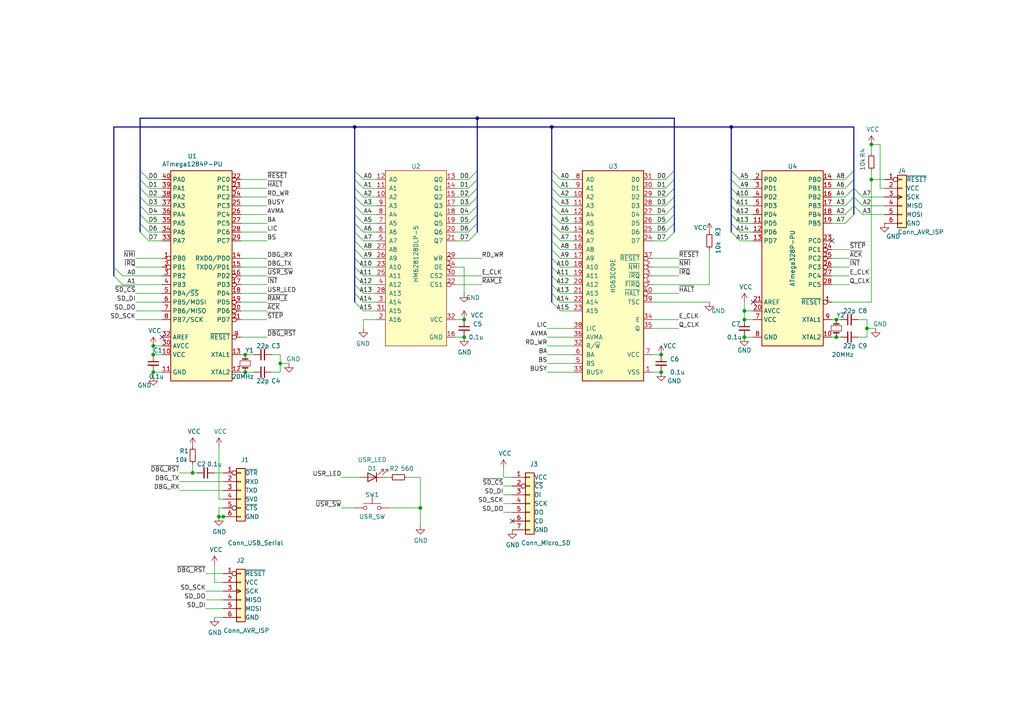
<source format=kicad_sch>
(kicad_sch (version 20211123) (generator eeschema)
  (paper "A4")
  (title_block (title "Cyborg09 Prototype3") (date "2021-01-31") (rev "4") (company "Tadashi G. Takaoka"))
  (lib_symbols
    (symbol "0-LocalLibrary:628128" (pin_names (offset 1.016))
      (property "Reference" "U" (at -1.27 26.67 0))
      (property "Value" "628128" (at 0 -1.27 90))
      (symbol "628128_0_0"
        (pin power_in line (at 11.43 -22.86 180) (length 2.54) (name "GND") (number "16"))
        (pin power_in line (at 11.43 -17.78 180) (length 2.54) (name "VCC") (number "32"))
      )
      (symbol "628128_1_1"
        (pin input line (at -11.43 17.78 0) (length 2.54) (name "A2") (number "10"))
        (pin input line (at -11.43 20.32 0) (length 2.54) (name "A1") (number "11"))
        (pin input line (at -11.43 22.86 0) (length 2.54) (name "A0") (number "12"))
        (pin bidirectional line (at 11.43 22.86 180) (length 2.54) (name "Q0") (number "13"))
        (pin bidirectional line (at 11.43 20.32 180) (length 2.54) (name "Q1") (number "14"))
        (pin bidirectional line (at 11.43 17.78 180) (length 2.54) (name "Q2") (number "15"))
        (pin bidirectional line (at 11.43 15.24 180) (length 2.54) (name "Q3") (number "17"))
        (pin bidirectional line (at 11.43 12.7 180) (length 2.54) (name "Q4") (number "18"))
        (pin bidirectional line (at 11.43 10.16 180) (length 2.54) (name "Q5") (number "19"))
        (pin input line (at -11.43 -17.78 0) (length 2.54) (name "A16") (number "2"))
        (pin bidirectional line (at 11.43 7.62 180) (length 2.54) (name "Q6") (number "20"))
        (pin bidirectional line (at 11.43 5.08 180) (length 2.54) (name "Q7") (number "21"))
        (pin input inverted (at 11.43 -7.62 180) (length 2.54) (name "CS1") (number "22"))
        (pin input line (at -11.43 -2.54 0) (length 2.54) (name "A10") (number "23"))
        (pin input inverted (at 11.43 -2.54 180) (length 2.54) (name "OE") (number "24"))
        (pin input line (at -11.43 -5.08 0) (length 2.54) (name "A11") (number "25"))
        (pin input line (at -11.43 0 0) (length 2.54) (name "A9") (number "26"))
        (pin input line (at -11.43 2.54 0) (length 2.54) (name "A8") (number "27"))
        (pin input line (at -11.43 -10.16 0) (length 2.54) (name "A13") (number "28"))
        (pin input inverted (at 11.43 0 180) (length 2.54) (name "WR") (number "29"))
        (pin input line (at -11.43 -12.7 0) (length 2.54) (name "A14") (number "3"))
        (pin input line (at 11.43 -5.08 180) (length 2.54) (name "CS2") (number "30"))
        (pin input line (at -11.43 -15.24 0) (length 2.54) (name "A15") (number "31"))
        (pin input line (at -11.43 -7.62 0) (length 2.54) (name "A12") (number "4"))
        (pin input line (at -11.43 5.08 0) (length 2.54) (name "A7") (number "5"))
        (pin input line (at -11.43 7.62 0) (length 2.54) (name "A6") (number "6"))
        (pin input line (at -11.43 10.16 0) (length 2.54) (name "A5") (number "7"))
        (pin input line (at -11.43 12.7 0) (length 2.54) (name "A4") (number "8"))
        (pin input line (at -11.43 15.24 0) (length 2.54) (name "A3") (number "9"))
      )
    )
    (symbol "0-LocalLibrary:ATmega1284P-PU"
      (property "Reference" "U" (at -1.27 31.75 0))
      (property "Value" "ATmega1284P-PU" (at -1.27 7.62 90))
      (symbol "ATmega1284P-PU_1_1"
        (pin output inverted (at -11.43 5.08 0) (length 2.54) (name "PB0") (number "1"))
        (pin power_in line (at -11.43 -22.86 0) (length 2.54) (name "VCC") (number "10"))
        (pin power_in line (at -11.43 -27.94 0) (length 2.54) (name "GND") (number "11"))
        (pin output line (at 11.43 -27.94 180) (length 2.54) (name "XTAL2") (number "12"))
        (pin input line (at 11.43 -22.86 180) (length 2.54) (name "XTAL1") (number "13"))
        (pin input line (at 11.43 5.08 180) (length 2.54) (name "RXD0/PD0") (number "14"))
        (pin output line (at 11.43 2.54 180) (length 2.54) (name "TXD0/PD1") (number "15"))
        (pin input inverted (at 11.43 0 180) (length 2.54) (name "PD2") (number "16"))
        (pin input inverted (at 11.43 -2.54 180) (length 2.54) (name "PD3") (number "17"))
        (pin output line (at 11.43 -5.08 180) (length 2.54) (name "PD4") (number "18"))
        (pin output inverted (at 11.43 -7.62 180) (length 2.54) (name "PD5") (number "19"))
        (pin output inverted (at -11.43 2.54 0) (length 2.54) (name "PB1") (number "2"))
        (pin output inverted (at 11.43 -10.16 180) (length 2.54) (name "PD6") (number "20"))
        (pin output inverted (at 11.43 -12.7 180) (length 2.54) (name "PD7") (number "21"))
        (pin output inverted (at 11.43 27.94 180) (length 2.54) (name "PC0") (number "22"))
        (pin output inverted (at 11.43 25.4 180) (length 2.54) (name "PC1") (number "23"))
        (pin input line (at 11.43 22.86 180) (length 2.54) (name "PC2") (number "24"))
        (pin input line (at 11.43 20.32 180) (length 2.54) (name "PC3") (number "25"))
        (pin input line (at 11.43 17.78 180) (length 2.54) (name "PC4") (number "26"))
        (pin input line (at 11.43 15.24 180) (length 2.54) (name "PC5") (number "27"))
        (pin input line (at 11.43 12.7 180) (length 2.54) (name "PC6") (number "28"))
        (pin input line (at 11.43 10.16 180) (length 2.54) (name "PC7") (number "29"))
        (pin input line (at -11.43 0 0) (length 2.54) (name "PB2") (number "3"))
        (pin power_in line (at -11.43 -20.32 0) (length 2.54) (name "AVCC") (number "30"))
        (pin power_in line (at -11.43 -27.94 0) (length 2.54) hide (name "GND") (number "31"))
        (pin passive line (at -11.43 -17.78 0) (length 2.54) (name "AREF") (number "32"))
        (pin bidirectional line (at -11.43 10.16 0) (length 2.54) (name "PA7") (number "33"))
        (pin bidirectional line (at -11.43 12.7 0) (length 2.54) (name "PA6") (number "34"))
        (pin bidirectional line (at -11.43 15.24 0) (length 2.54) (name "PA5") (number "35"))
        (pin bidirectional line (at -11.43 17.78 0) (length 2.54) (name "PA4") (number "36"))
        (pin bidirectional line (at -11.43 20.32 0) (length 2.54) (name "PA3") (number "37"))
        (pin bidirectional line (at -11.43 22.86 0) (length 2.54) (name "PA2") (number "38"))
        (pin bidirectional line (at -11.43 25.4 0) (length 2.54) (name "PA1") (number "39"))
        (pin input line (at -11.43 -2.54 0) (length 2.54) (name "PB3") (number "4"))
        (pin bidirectional line (at -11.43 27.94 0) (length 2.54) (name "PA0") (number "40"))
        (pin output line (at -11.43 -5.08 0) (length 2.54) (name "PB4/~{SS}") (number "5"))
        (pin output line (at -11.43 -7.62 0) (length 2.54) (name "PB5/MOSI") (number "6"))
        (pin input line (at -11.43 -10.16 0) (length 2.54) (name "PB6/MISO") (number "7"))
        (pin output line (at -11.43 -12.7 0) (length 2.54) (name "PB7/SCK") (number "8"))
        (pin input inverted (at 11.43 -17.78 180) (length 2.54) (name "~{RESET}") (number "9"))
      )
    )
    (symbol "0-LocalLibrary:ATmega328P-PU"
      (property "Reference" "U" (at -1.27 26.67 0))
      (property "Value" "ATmega328P-PU" (at -1.27 -7.62 90))
      (symbol "ATmega328P-PU_1_1"
        (pin input inverted (at 11.43 -12.7 180) (length 2.54) (name "~{RESET}") (number "1"))
        (pin output line (at 11.43 -22.86 180) (length 2.54) (name "XTAL2") (number "10"))
        (pin input line (at -11.43 10.16 0) (length 2.54) (name "PD5") (number "11"))
        (pin input line (at -11.43 7.62 0) (length 2.54) (name "PD6") (number "12"))
        (pin input line (at -11.43 5.08 0) (length 2.54) (name "PD7") (number "13"))
        (pin input line (at 11.43 22.86 180) (length 2.54) (name "PB0") (number "14"))
        (pin input line (at 11.43 20.32 180) (length 2.54) (name "PB1") (number "15"))
        (pin input line (at 11.43 17.78 180) (length 2.54) (name "PB2") (number "16"))
        (pin input line (at 11.43 15.24 180) (length 2.54) (name "PB3") (number "17"))
        (pin input line (at 11.43 12.7 180) (length 2.54) (name "PB4") (number "18"))
        (pin input line (at 11.43 10.16 180) (length 2.54) (name "PB5") (number "19"))
        (pin input line (at -11.43 22.86 0) (length 2.54) (name "PD0") (number "2"))
        (pin power_in line (at -11.43 -15.24 0) (length 2.54) (name "AVCC") (number "20"))
        (pin passive line (at -11.43 -12.7 0) (length 2.54) (name "AREF") (number "21"))
        (pin passive line (at -11.43 -22.86 0) (length 2.54) hide (name "GND") (number "22"))
        (pin output line (at 11.43 5.08 180) (length 2.54) (name "PC0") (number "23"))
        (pin input inverted (at 11.43 2.54 180) (length 2.54) (name "PC1") (number "24"))
        (pin input inverted (at 11.43 0 180) (length 2.54) (name "PC2") (number "25"))
        (pin output inverted (at 11.43 -2.54 180) (length 2.54) (name "PC3") (number "26"))
        (pin output line (at 11.43 -5.08 180) (length 2.54) (name "PC4") (number "27"))
        (pin output line (at 11.43 -7.62 180) (length 2.54) (name "PC5") (number "28"))
        (pin input line (at -11.43 20.32 0) (length 2.54) (name "PD1") (number "3"))
        (pin input line (at -11.43 17.78 0) (length 2.54) (name "PD2") (number "4"))
        (pin input line (at -11.43 15.24 0) (length 2.54) (name "PD3") (number "5"))
        (pin input line (at -11.43 12.7 0) (length 2.54) (name "PD4") (number "6"))
        (pin power_in line (at -11.43 -17.78 0) (length 2.54) (name "VCC") (number "7"))
        (pin power_in line (at -11.43 -22.86 0) (length 2.54) (name "GND") (number "8"))
        (pin input line (at 11.43 -17.78 180) (length 2.54) (name "XTAL1") (number "9"))
      )
    )
    (symbol "0-LocalLibrary:Conn_AVR_ISP" (pin_names (offset 2.54))
      (property "Reference" "J" (at 0 7.62 0))
      (property "Value" "Conn_AVR_ISP" (at 0 -10.16 0))
      (symbol "Conn_AVR_ISP_1_1"
        (pin output inverted (at -5.08 5.08 0) (length 3.81) (name "~{RESET}") (number "1"))
        (pin passive line (at -5.08 2.54 0) (length 3.81) (name "VCC") (number "2"))
        (pin passive clock (at -5.08 0 0) (length 3.81) (name "SCK") (number "3"))
        (pin passive line (at -5.08 -2.54 0) (length 3.81) (name "MISO") (number "4"))
        (pin passive line (at -5.08 -5.08 0) (length 3.81) (name "MOSI") (number "5"))
        (pin passive line (at -5.08 -7.62 0) (length 3.81) (name "GND") (number "6"))
      )
    )
    (symbol "0-LocalLibrary:HD63C09E" (pin_names (offset 1.016))
      (property "Reference" "U" (at 0 31.75 0))
      (property "Value" "HD63C09E" (at 0 3.81 90))
      (symbol "HD63C09E_1_1"
        (pin power_in line (at -11.43 -27.94 0) (length 2.54) (name "VSS") (number "1"))
        (pin output line (at 11.43 22.86 180) (length 2.54) (name "A2") (number "10"))
        (pin output line (at 11.43 20.32 180) (length 2.54) (name "A3") (number "11"))
        (pin output line (at 11.43 17.78 180) (length 2.54) (name "A4") (number "12"))
        (pin output line (at 11.43 15.24 180) (length 2.54) (name "A5") (number "13"))
        (pin output line (at 11.43 12.7 180) (length 2.54) (name "A6") (number "14"))
        (pin output line (at 11.43 10.16 180) (length 2.54) (name "A7") (number "15"))
        (pin output line (at 11.43 7.62 180) (length 2.54) (name "A8") (number "16"))
        (pin output line (at 11.43 5.08 180) (length 2.54) (name "A9") (number "17"))
        (pin output line (at 11.43 2.54 180) (length 2.54) (name "A10") (number "18"))
        (pin output line (at 11.43 0 180) (length 2.54) (name "A11") (number "19"))
        (pin input inverted (at -11.43 2.54 0) (length 2.54) (name "~{NMI}") (number "2"))
        (pin output line (at 11.43 -2.54 180) (length 2.54) (name "A12") (number "20"))
        (pin output line (at 11.43 -5.08 180) (length 2.54) (name "A13") (number "21"))
        (pin output line (at 11.43 -7.62 180) (length 2.54) (name "A14") (number "22"))
        (pin output line (at 11.43 -10.16 180) (length 2.54) (name "A15") (number "23"))
        (pin bidirectional line (at -11.43 10.16 0) (length 2.54) (name "D7") (number "24"))
        (pin bidirectional line (at -11.43 12.7 0) (length 2.54) (name "D6") (number "25"))
        (pin bidirectional line (at -11.43 15.24 0) (length 2.54) (name "D5") (number "26"))
        (pin bidirectional line (at -11.43 17.78 0) (length 2.54) (name "D4") (number "27"))
        (pin bidirectional line (at -11.43 20.32 0) (length 2.54) (name "D3") (number "28"))
        (pin bidirectional line (at -11.43 22.86 0) (length 2.54) (name "D2") (number "29"))
        (pin input inverted (at -11.43 0 0) (length 2.54) (name "~{IRQ}") (number "3"))
        (pin bidirectional line (at -11.43 25.4 0) (length 2.54) (name "D1") (number "30"))
        (pin bidirectional line (at -11.43 27.94 0) (length 2.54) (name "D0") (number "31"))
        (pin output line (at 11.43 -20.32 180) (length 2.54) (name "R/~{W}") (number "32"))
        (pin output line (at 11.43 -27.94 180) (length 2.54) (name "BUSY") (number "33"))
        (pin input line (at -11.43 -12.7 0) (length 2.54) (name "E") (number "34"))
        (pin input line (at -11.43 -15.24 0) (length 2.54) (name "Q") (number "35"))
        (pin output line (at 11.43 -17.78 180) (length 2.54) (name "AVMA") (number "36"))
        (pin input inverted (at -11.43 5.08 0) (length 2.54) (name "~{RESET}") (number "37"))
        (pin output line (at 11.43 -15.24 180) (length 2.54) (name "LIC") (number "38"))
        (pin input line (at -11.43 -7.62 0) (length 2.54) (name "TSC") (number "39"))
        (pin input inverted (at -11.43 -2.54 0) (length 2.54) (name "~{FIRQ}") (number "4"))
        (pin input inverted (at -11.43 -5.08 0) (length 2.54) (name "~{HALT}") (number "40"))
        (pin output line (at 11.43 -25.4 180) (length 2.54) (name "BS") (number "5"))
        (pin output line (at 11.43 -22.86 180) (length 2.54) (name "BA") (number "6"))
        (pin power_in line (at -11.43 -22.86 0) (length 2.54) (name "VCC") (number "7"))
        (pin output line (at 11.43 27.94 180) (length 2.54) (name "A0") (number "8"))
        (pin output line (at 11.43 25.4 180) (length 2.54) (name "A1") (number "9"))
      )
    )
    (symbol "Device:C_Small" (pin_numbers hide) (pin_names (offset 0.254) hide)
      (property "Reference" "C" (at 0.254 1.778 0))
      (property "Value" "C_Small" (at 0.254 -2.032 0))
      (symbol "C_Small_1_1"
        (pin passive line (at 0 2.54 270) (length 2.032) (name "~") (number "1"))
        (pin passive line (at 0 -2.54 90) (length 2.032) (name "~") (number "2"))
      )
    )
    (symbol "Device:Crystal_Small" (pin_numbers hide) (pin_names (offset 1.016) hide)
      (property "Reference" "Y" (at 0 2.54 0))
      (property "Value" "Crystal_Small" (at 0 -2.54 0))
      (symbol "Crystal_Small_1_1"
        (pin passive line (at -2.54 0 0) (length 1.27) (name "1") (number "1"))
        (pin passive line (at 2.54 0 180) (length 1.27) (name "2") (number "2"))
      )
    )
    (symbol "Device:LED" (pin_numbers hide) (pin_names (offset 1.016) hide)
      (property "Reference" "D" (at 0 2.54 0))
      (property "Value" "LED" (at 0 -2.54 0))
      (symbol "LED_1_1"
        (pin passive line (at -3.81 0 0) (length 2.54) (name "K") (number "1"))
        (pin passive line (at 3.81 0 180) (length 2.54) (name "A") (number "2"))
      )
    )
    (symbol "Device:R_Small" (pin_numbers hide) (pin_names (offset 0.254) hide)
      (property "Reference" "R" (at 0.762 0.508 0))
      (property "Value" "R_Small" (at 0.762 -1.016 0))
      (symbol "R_Small_1_1"
        (pin passive line (at 0 2.54 270) (length 0.762) (name "~") (number "1"))
        (pin passive line (at 0 -2.54 90) (length 0.762) (name "~") (number "2"))
      )
    )
    (symbol "Prototype3-rescue:Conn_Micro_SD-0-LocalLibrary" (pin_names (offset 2.54))
      (property "Reference" "J" (at 0 10.16 0))
      (property "Value" "Conn_Micro_SD-0-LocalLibrary" (at 0 -10.16 0))
      (symbol "Conn_Micro_SD-0-LocalLibrary_1_1"
        (pin power_in line (at -5.08 7.62 0) (length 3.81) (name "VCC") (number "1"))
        (pin input inverted (at -5.08 5.08 0) (length 3.81) (name "~{CS}") (number "2"))
        (pin input line (at -5.08 2.54 0) (length 3.81) (name "DI") (number "3"))
        (pin input line (at -5.08 0 0) (length 3.81) (name "SCK") (number "4"))
        (pin output line (at -5.08 -2.54 0) (length 3.81) (name "DO") (number "5"))
        (pin output line (at -5.08 -5.08 0) (length 3.81) (name "CD") (number "6"))
        (pin power_in line (at -5.08 -7.62 0) (length 3.81) (name "GND") (number "7"))
      )
    )
    (symbol "Prototype3-rescue:Conn_USB_Serial-0-LocalLibrary" (pin_names (offset 2.54))
      (property "Reference" "J" (at 0 7.62 0))
      (property "Value" "Conn_USB_Serial-0-LocalLibrary" (at 0 -10.16 0))
      (symbol "Conn_USB_Serial-0-LocalLibrary_1_1"
        (pin output inverted (at -5.08 5.08 0) (length 3.81) (name "~{DTR}") (number "1"))
        (pin input line (at -5.08 2.54 0) (length 3.81) (name "RXD") (number "2"))
        (pin output line (at -5.08 0 0) (length 3.81) (name "TXD") (number "3"))
        (pin power_out line (at -5.08 -2.54 0) (length 3.81) (name "5V0") (number "4"))
        (pin input inverted (at -5.08 -5.08 0) (length 3.81) (name "~{CTS}") (number "5"))
        (pin power_out line (at -5.08 -7.62 0) (length 3.81) (name "GND") (number "6"))
      )
    )
    (symbol "Switch:SW_Push" (pin_numbers hide) (pin_names (offset 1.016) hide)
      (property "Reference" "SW" (at 1.27 2.54 0))
      (property "Value" "SW_Push" (at 0 -1.524 0))
      (symbol "SW_Push_0_1"
        (pin passive line (at -5.08 0 0) (length 2.54) (name "1") (number "1"))
        (pin passive line (at 5.08 0 180) (length 2.54) (name "2") (number "2"))
      )
    )
    (symbol "power:GND" (power) (pin_names (offset 0))
      (property "Value" "GND" (at 0 -3.81 0))
      (symbol "GND_1_1"
        (pin power_in line (at 0 0 270) (length 0) hide (name "GND") (number "1"))
      )
    )
    (symbol "power:VCC" (power) (pin_names (offset 0))
      (property "Value" "VCC" (at 0 3.81 0))
      (symbol "VCC_1_1"
        (pin power_in line (at 0 0 90) (length 0) hide (name "VCC") (number "1"))
      )
    )
  )
  (junction (at 212.09 36.83))
  (junction (at 55.88 137.16))
  (junction (at 242.57 92.71))
  (junction (at 191.77 107.95))
  (junction (at 71.12 107.95))
  (junction (at 215.9 97.79))
  (junction (at 160.02 36.83))
  (junction (at 252.73 41.91))
  (junction (at 102.87 36.83))
  (junction (at 251.46 95.25))
  (junction (at 215.9 92.71))
  (junction (at 71.12 102.87))
  (junction (at 63.5 149.86))
  (junction (at 242.57 97.79))
  (junction (at 81.28 105.41))
  (junction (at 64.77 149.86))
  (junction (at 191.77 102.87))
  (junction (at 44.45 107.95))
  (junction (at 215.9 90.17))
  (junction (at 252.73 52.07))
  (junction (at 138.43 34.29))
  (junction (at 44.45 100.33))
  (junction (at 134.62 97.79))
  (junction (at 121.92 147.32))
  (junction (at 44.45 102.87))
  (junction (at 134.62 92.71))
  (no_connect (at 218.44 87.63))
  (no_connect (at 241.3 69.85))
  (no_connect (at 148.59 151.13))
  (no_connect (at 46.99 97.79))
  (bus_entry (at 43.18 64.77) (size -2.54 -2.54))
  (bus_entry (at 212.09 62.23) (size 2.54 2.54))
  (bus_entry (at 160.02 62.23) (size 2.54 2.54))
  (bus_entry (at 245.11 64.77) (size 2.54 -2.54))
  (bus_entry (at 102.87 54.61) (size 2.54 2.54))
  (bus_entry (at 160.02 85.09) (size 2.54 2.54))
  (bus_entry (at 245.11 57.15) (size 2.54 -2.54))
  (bus_entry (at 160.02 87.63) (size 2.54 2.54))
  (bus_entry (at 102.87 49.53) (size 2.54 2.54))
  (bus_entry (at 212.09 67.31) (size 2.54 2.54))
  (bus_entry (at 193.04 62.23) (size 2.54 -2.54))
  (bus_entry (at 160.02 64.77) (size 2.54 2.54))
  (bus_entry (at 102.87 64.77) (size 2.54 2.54))
  (bus_entry (at 102.87 80.01) (size 2.54 2.54))
  (bus_entry (at 102.87 67.31) (size 2.54 2.54))
  (bus_entry (at 160.02 80.01) (size 2.54 2.54))
  (bus_entry (at 193.04 67.31) (size 2.54 -2.54))
  (bus_entry (at 160.02 74.93) (size 2.54 2.54))
  (bus_entry (at 160.02 69.85) (size 2.54 2.54))
  (bus_entry (at 102.87 57.15) (size 2.54 2.54))
  (bus_entry (at 160.02 59.69) (size 2.54 2.54))
  (bus_entry (at 43.18 67.31) (size -2.54 -2.54))
  (bus_entry (at 160.02 57.15) (size 2.54 2.54))
  (bus_entry (at 193.04 64.77) (size 2.54 -2.54))
  (bus_entry (at 102.87 69.85) (size 2.54 2.54))
  (bus_entry (at 102.87 82.55) (size 2.54 2.54))
  (bus_entry (at 193.04 52.07) (size 2.54 -2.54))
  (bus_entry (at 247.65 59.69) (size 2.54 2.54))
  (bus_entry (at 193.04 57.15) (size 2.54 -2.54))
  (bus_entry (at 160.02 77.47) (size 2.54 2.54))
  (bus_entry (at 160.02 67.31) (size 2.54 2.54))
  (bus_entry (at 135.89 57.15) (size 2.54 -2.54))
  (bus_entry (at 212.09 52.07) (size 2.54 2.54))
  (bus_entry (at 102.87 74.93) (size 2.54 2.54))
  (bus_entry (at 193.04 69.85) (size 2.54 -2.54))
  (bus_entry (at 193.04 59.69) (size 2.54 -2.54))
  (bus_entry (at 102.87 72.39) (size 2.54 2.54))
  (bus_entry (at 102.87 87.63) (size 2.54 2.54))
  (bus_entry (at 160.02 72.39) (size 2.54 2.54))
  (bus_entry (at 135.89 54.61) (size 2.54 -2.54))
  (bus_entry (at 160.02 52.07) (size 2.54 2.54))
  (bus_entry (at 245.11 54.61) (size 2.54 -2.54))
  (bus_entry (at 102.87 85.09) (size 2.54 2.54))
  (bus_entry (at 135.89 69.85) (size 2.54 -2.54))
  (bus_entry (at 35.56 82.55) (size -2.54 -2.54))
  (bus_entry (at 245.11 59.69) (size 2.54 -2.54))
  (bus_entry (at 247.65 57.15) (size 2.54 2.54))
  (bus_entry (at 245.11 62.23) (size 2.54 -2.54))
  (bus_entry (at 212.09 54.61) (size 2.54 2.54))
  (bus_entry (at 43.18 62.23) (size -2.54 -2.54))
  (bus_entry (at 43.18 54.61) (size -2.54 -2.54))
  (bus_entry (at 135.89 62.23) (size 2.54 -2.54))
  (bus_entry (at 102.87 77.47) (size 2.54 2.54))
  (bus_entry (at 43.18 52.07) (size -2.54 -2.54))
  (bus_entry (at 245.11 52.07) (size 2.54 -2.54))
  (bus_entry (at 135.89 52.07) (size 2.54 -2.54))
  (bus_entry (at 135.89 59.69) (size 2.54 -2.54))
  (bus_entry (at 102.87 59.69) (size 2.54 2.54))
  (bus_entry (at 247.65 54.61) (size 2.54 2.54))
  (bus_entry (at 43.18 69.85) (size -2.54 -2.54))
  (bus_entry (at 212.09 57.15) (size 2.54 2.54))
  (bus_entry (at 43.18 57.15) (size -2.54 -2.54))
  (bus_entry (at 160.02 49.53) (size 2.54 2.54))
  (bus_entry (at 212.09 49.53) (size 2.54 2.54))
  (bus_entry (at 160.02 54.61) (size 2.54 2.54))
  (bus_entry (at 102.87 62.23) (size 2.54 2.54))
  (bus_entry (at 193.04 54.61) (size 2.54 -2.54))
  (bus_entry (at 35.56 80.01) (size -2.54 -2.54))
  (bus_entry (at 212.09 64.77) (size 2.54 2.54))
  (bus_entry (at 102.87 52.07) (size 2.54 2.54))
  (bus_entry (at 160.02 82.55) (size 2.54 2.54))
  (bus_entry (at 135.89 67.31) (size 2.54 -2.54))
  (bus_entry (at 135.89 64.77) (size 2.54 -2.54))
  (bus_entry (at 212.09 59.69) (size 2.54 2.54))
  (bus_entry (at 43.18 59.69) (size -2.54 -2.54))
  (wire (pts (xy 189.23 62.23) (xy 193.04 62.23)))
  (wire (pts (xy 162.56 77.47) (xy 166.37 77.47)))
  (wire (pts (xy 243.84 97.79) (xy 242.57 97.79)))
  (wire (pts (xy 69.85 57.15) (xy 77.47 57.15)))
  (wire (pts (xy 64.77 147.32) (xy 63.5 147.32)))
  (wire (pts (xy 214.63 67.31) (xy 218.44 67.31)))
  (bus (pts (xy 212.09 52.07) (xy 212.09 54.61)))
  (wire (pts (xy 69.85 64.77) (xy 77.47 64.77)))
  (wire (pts (xy 69.85 67.31) (xy 77.47 67.31)))
  (bus (pts (xy 33.02 77.47) (xy 33.02 80.01)))
  (wire (pts (xy 69.85 69.85) (xy 77.47 69.85)))
  (bus (pts (xy 160.02 67.31) (xy 160.02 69.85)))
  (wire (pts (xy 39.37 90.17) (xy 46.99 90.17)))
  (bus (pts (xy 102.87 57.15) (xy 102.87 59.69)))
  (wire (pts (xy 241.3 54.61) (xy 245.11 54.61)))
  (bus (pts (xy 212.09 59.69) (xy 212.09 62.23)))
  (bus (pts (xy 40.64 62.23) (xy 40.64 64.77)))
  (wire (pts (xy 105.41 90.17) (xy 109.22 90.17)))
  (wire (pts (xy 69.85 74.93) (xy 77.47 74.93)))
  (bus (pts (xy 195.58 52.07) (xy 195.58 54.61)))
  (wire (pts (xy 189.23 80.01) (xy 196.85 80.01)))
  (wire (pts (xy 105.41 62.23) (xy 109.22 62.23)))
  (wire (pts (xy 105.41 57.15) (xy 109.22 57.15)))
  (bus (pts (xy 195.58 34.29) (xy 195.58 49.53)))
  (wire (pts (xy 43.18 59.69) (xy 46.99 59.69)))
  (wire (pts (xy 39.37 92.71) (xy 46.99 92.71)))
  (wire (pts (xy 69.85 97.79) (xy 77.47 97.79)))
  (wire (pts (xy 105.41 72.39) (xy 109.22 72.39)))
  (wire (pts (xy 148.59 138.43) (xy 146.05 138.43)))
  (wire (pts (xy 250.19 57.15) (xy 256.54 57.15)))
  (wire (pts (xy 46.99 100.33) (xy 44.45 100.33)))
  (wire (pts (xy 44.45 100.33) (xy 44.45 102.87)))
  (wire (pts (xy 158.75 95.25) (xy 166.37 95.25)))
  (wire (pts (xy 241.3 74.93) (xy 246.38 74.93)))
  (wire (pts (xy 132.08 67.31) (xy 135.89 67.31)))
  (wire (pts (xy 241.3 59.69) (xy 245.11 59.69)))
  (wire (pts (xy 241.3 72.39) (xy 246.38 72.39)))
  (wire (pts (xy 69.85 77.47) (xy 77.47 77.47)))
  (wire (pts (xy 44.45 102.87) (xy 46.99 102.87)))
  (wire (pts (xy 189.23 82.55) (xy 205.74 82.55)))
  (wire (pts (xy 189.23 69.85) (xy 193.04 69.85)))
  (bus (pts (xy 160.02 85.09) (xy 160.02 87.63)))
  (bus (pts (xy 195.58 54.61) (xy 195.58 57.15)))
  (wire (pts (xy 250.19 59.69) (xy 256.54 59.69)))
  (wire (pts (xy 241.3 77.47) (xy 246.38 77.47)))
  (bus (pts (xy 33.02 36.83) (xy 102.87 36.83)))
  (wire (pts (xy 189.23 95.25) (xy 196.85 95.25)))
  (wire (pts (xy 105.41 80.01) (xy 109.22 80.01)))
  (bus (pts (xy 102.87 52.07) (xy 102.87 54.61)))
  (bus (pts (xy 212.09 36.83) (xy 247.65 36.83)))
  (wire (pts (xy 43.18 64.77) (xy 46.99 64.77)))
  (wire (pts (xy 52.07 139.7) (xy 64.77 139.7)))
  (wire (pts (xy 189.23 102.87) (xy 191.77 102.87)))
  (wire (pts (xy 162.56 54.61) (xy 166.37 54.61)))
  (wire (pts (xy 162.56 67.31) (xy 166.37 67.31)))
  (bus (pts (xy 102.87 85.09) (xy 102.87 87.63)))
  (bus (pts (xy 212.09 36.83) (xy 212.09 49.53)))
  (wire (pts (xy 69.85 90.17) (xy 77.47 90.17)))
  (bus (pts (xy 138.43 54.61) (xy 138.43 57.15)))
  (wire (pts (xy 132.08 69.85) (xy 135.89 69.85)))
  (wire (pts (xy 158.75 100.33) (xy 166.37 100.33)))
  (wire (pts (xy 189.23 107.95) (xy 191.77 107.95)))
  (wire (pts (xy 189.23 92.71) (xy 196.85 92.71)))
  (bus (pts (xy 138.43 52.07) (xy 138.43 54.61)))
  (bus (pts (xy 160.02 36.83) (xy 212.09 36.83)))
  (wire (pts (xy 248.92 92.71) (xy 251.46 92.71)))
  (wire (pts (xy 64.77 149.86) (xy 63.5 149.86)))
  (wire (pts (xy 105.41 69.85) (xy 109.22 69.85)))
  (wire (pts (xy 162.56 57.15) (xy 166.37 57.15)))
  (bus (pts (xy 160.02 57.15) (xy 160.02 59.69)))
  (bus (pts (xy 138.43 34.29) (xy 195.58 34.29)))
  (wire (pts (xy 214.63 52.07) (xy 218.44 52.07)))
  (wire (pts (xy 62.23 168.91) (xy 64.77 168.91)))
  (wire (pts (xy 62.23 179.07) (xy 64.77 179.07)))
  (wire (pts (xy 132.08 59.69) (xy 135.89 59.69)))
  (bus (pts (xy 160.02 64.77) (xy 160.02 67.31)))
  (bus (pts (xy 33.02 36.83) (xy 33.02 77.47)))
  (wire (pts (xy 254 95.25) (xy 251.46 95.25)))
  (bus (pts (xy 102.87 69.85) (xy 102.87 72.39)))
  (wire (pts (xy 251.46 95.25) (xy 251.46 97.79)))
  (bus (pts (xy 160.02 36.83) (xy 160.02 49.53)))
  (wire (pts (xy 73.66 107.95) (xy 71.12 107.95)))
  (bus (pts (xy 160.02 72.39) (xy 160.02 74.93)))
  (wire (pts (xy 148.59 140.97) (xy 146.05 140.97)))
  (bus (pts (xy 247.65 59.69) (xy 247.65 62.23)))
  (wire (pts (xy 132.08 97.79) (xy 134.62 97.79)))
  (wire (pts (xy 121.92 147.32) (xy 121.92 152.4)))
  (bus (pts (xy 102.87 49.53) (xy 102.87 52.07)))
  (wire (pts (xy 189.23 52.07) (xy 193.04 52.07)))
  (wire (pts (xy 59.69 166.37) (xy 64.77 166.37)))
  (wire (pts (xy 69.85 80.01) (xy 77.47 80.01)))
  (wire (pts (xy 39.37 85.09) (xy 46.99 85.09)))
  (wire (pts (xy 69.85 62.23) (xy 77.47 62.23)))
  (wire (pts (xy 215.9 92.71) (xy 218.44 92.71)))
  (wire (pts (xy 132.08 82.55) (xy 139.7 82.55)))
  (wire (pts (xy 189.23 87.63) (xy 205.74 87.63)))
  (wire (pts (xy 71.12 102.87) (xy 73.66 102.87)))
  (bus (pts (xy 102.87 54.61) (xy 102.87 57.15)))
  (wire (pts (xy 59.69 171.45) (xy 64.77 171.45)))
  (wire (pts (xy 189.23 74.93) (xy 196.85 74.93)))
  (bus (pts (xy 102.87 74.93) (xy 102.87 77.47)))
  (wire (pts (xy 162.56 85.09) (xy 166.37 85.09)))
  (wire (pts (xy 241.3 82.55) (xy 246.38 82.55)))
  (bus (pts (xy 212.09 57.15) (xy 212.09 59.69)))
  (bus (pts (xy 212.09 62.23) (xy 212.09 64.77)))
  (bus (pts (xy 160.02 49.53) (xy 160.02 52.07)))
  (wire (pts (xy 132.08 74.93) (xy 139.7 74.93)))
  (bus (pts (xy 138.43 49.53) (xy 138.43 52.07)))
  (wire (pts (xy 71.12 102.87) (xy 69.85 102.87)))
  (bus (pts (xy 102.87 82.55) (xy 102.87 85.09)))
  (bus (pts (xy 160.02 69.85) (xy 160.02 72.39)))
  (wire (pts (xy 162.56 62.23) (xy 166.37 62.23)))
  (wire (pts (xy 132.08 92.71) (xy 134.62 92.71)))
  (wire (pts (xy 46.99 87.63) (xy 39.37 87.63)))
  (bus (pts (xy 40.64 59.69) (xy 40.64 62.23)))
  (wire (pts (xy 241.3 52.07) (xy 245.11 52.07)))
  (bus (pts (xy 195.58 49.53) (xy 195.58 52.07)))
  (wire (pts (xy 63.5 144.78) (xy 64.77 144.78)))
  (wire (pts (xy 69.85 52.07) (xy 77.47 52.07)))
  (wire (pts (xy 69.85 87.63) (xy 77.47 87.63)))
  (wire (pts (xy 81.28 107.95) (xy 78.74 107.95)))
  (wire (pts (xy 214.63 57.15) (xy 218.44 57.15)))
  (bus (pts (xy 40.64 64.77) (xy 40.64 67.31)))
  (wire (pts (xy 214.63 69.85) (xy 218.44 69.85)))
  (wire (pts (xy 55.88 137.16) (xy 57.15 137.16)))
  (wire (pts (xy 214.63 54.61) (xy 218.44 54.61)))
  (wire (pts (xy 105.41 82.55) (xy 109.22 82.55)))
  (bus (pts (xy 212.09 64.77) (xy 212.09 67.31)))
  (wire (pts (xy 81.28 105.41) (xy 81.28 107.95)))
  (wire (pts (xy 132.08 80.01) (xy 139.7 80.01)))
  (wire (pts (xy 148.59 148.59) (xy 146.05 148.59)))
  (bus (pts (xy 160.02 82.55) (xy 160.02 85.09)))
  (bus (pts (xy 138.43 59.69) (xy 138.43 62.23)))
  (bus (pts (xy 102.87 36.83) (xy 160.02 36.83)))
  (wire (pts (xy 158.75 105.41) (xy 166.37 105.41)))
  (wire (pts (xy 241.3 92.71) (xy 242.57 92.71)))
  (bus (pts (xy 138.43 34.29) (xy 138.43 49.53)))
  (wire (pts (xy 148.59 146.05) (xy 146.05 146.05)))
  (wire (pts (xy 189.23 77.47) (xy 196.85 77.47)))
  (wire (pts (xy 69.85 59.69) (xy 77.47 59.69)))
  (wire (pts (xy 189.23 64.77) (xy 193.04 64.77)))
  (wire (pts (xy 132.08 57.15) (xy 135.89 57.15)))
  (wire (pts (xy 43.18 57.15) (xy 46.99 57.15)))
  (bus (pts (xy 247.65 54.61) (xy 247.65 57.15)))
  (bus (pts (xy 195.58 64.77) (xy 195.58 67.31)))
  (bus (pts (xy 212.09 54.61) (xy 212.09 57.15)))
  (wire (pts (xy 132.08 54.61) (xy 135.89 54.61)))
  (wire (pts (xy 69.85 92.71) (xy 77.47 92.71)))
  (wire (pts (xy 162.56 69.85) (xy 166.37 69.85)))
  (wire (pts (xy 256.54 52.07) (xy 252.73 52.07)))
  (bus (pts (xy 160.02 54.61) (xy 160.02 57.15)))
  (wire (pts (xy 189.23 54.61) (xy 193.04 54.61)))
  (wire (pts (xy 64.77 137.16) (xy 62.23 137.16)))
  (wire (pts (xy 132.08 62.23) (xy 135.89 62.23)))
  (wire (pts (xy 214.63 64.77) (xy 218.44 64.77)))
  (wire (pts (xy 162.56 74.93) (xy 166.37 74.93)))
  (wire (pts (xy 252.73 41.91) (xy 252.73 44.45)))
  (bus (pts (xy 160.02 59.69) (xy 160.02 62.23)))
  (wire (pts (xy 162.56 90.17) (xy 166.37 90.17)))
  (wire (pts (xy 250.19 62.23) (xy 256.54 62.23)))
  (wire (pts (xy 162.56 80.01) (xy 166.37 80.01)))
  (bus (pts (xy 102.87 72.39) (xy 102.87 74.93)))
  (wire (pts (xy 105.41 85.09) (xy 109.22 85.09)))
  (wire (pts (xy 102.87 147.32) (xy 99.06 147.32)))
  (bus (pts (xy 195.58 62.23) (xy 195.58 64.77)))
  (wire (pts (xy 255.27 41.91) (xy 255.27 54.61)))
  (wire (pts (xy 52.07 137.16) (xy 55.88 137.16)))
  (wire (pts (xy 66.04 149.86) (xy 64.77 149.86)))
  (wire (pts (xy 105.41 52.07) (xy 109.22 52.07)))
  (wire (pts (xy 105.41 67.31) (xy 109.22 67.31)))
  (wire (pts (xy 146.05 135.89) (xy 146.05 138.43)))
  (wire (pts (xy 158.75 107.95) (xy 166.37 107.95)))
  (wire (pts (xy 35.56 80.01) (xy 46.99 80.01)))
  (wire (pts (xy 251.46 97.79) (xy 248.92 97.79)))
  (wire (pts (xy 62.23 163.83) (xy 62.23 168.91)))
  (bus (pts (xy 40.64 57.15) (xy 40.64 59.69)))
  (bus (pts (xy 247.65 52.07) (xy 247.65 54.61)))
  (wire (pts (xy 241.3 87.63) (xy 252.73 87.63)))
  (wire (pts (xy 118.11 138.43) (xy 121.92 138.43)))
  (wire (pts (xy 99.06 138.43) (xy 104.14 138.43)))
  (wire (pts (xy 162.56 52.07) (xy 166.37 52.07)))
  (bus (pts (xy 40.64 34.29) (xy 40.64 49.53)))
  (wire (pts (xy 83.82 105.41) (xy 81.28 105.41)))
  (bus (pts (xy 160.02 62.23) (xy 160.02 64.77)))
  (wire (pts (xy 105.41 87.63) (xy 109.22 87.63)))
  (bus (pts (xy 195.58 59.69) (xy 195.58 62.23)))
  (wire (pts (xy 105.41 77.47) (xy 109.22 77.47)))
  (wire (pts (xy 214.63 59.69) (xy 218.44 59.69)))
  (bus (pts (xy 160.02 77.47) (xy 160.02 80.01)))
  (wire (pts (xy 252.73 52.07) (xy 252.73 87.63)))
  (wire (pts (xy 121.92 138.43) (xy 121.92 147.32)))
  (wire (pts (xy 69.85 82.55) (xy 77.47 82.55)))
  (wire (pts (xy 158.75 97.79) (xy 166.37 97.79)))
  (wire (pts (xy 55.88 134.62) (xy 55.88 137.16)))
  (wire (pts (xy 39.37 74.93) (xy 46.99 74.93)))
  (wire (pts (xy 132.08 64.77) (xy 135.89 64.77)))
  (wire (pts (xy 63.5 129.54) (xy 63.5 144.78)))
  (wire (pts (xy 105.41 74.93) (xy 109.22 74.93)))
  (bus (pts (xy 40.64 49.53) (xy 40.64 52.07)))
  (bus (pts (xy 138.43 34.29) (xy 40.64 34.29)))
  (wire (pts (xy 162.56 87.63) (xy 166.37 87.63)))
  (bus (pts (xy 247.65 57.15) (xy 247.65 59.69)))
  (wire (pts (xy 218.44 90.17) (xy 215.9 90.17)))
  (bus (pts (xy 40.64 52.07) (xy 40.64 54.61)))
  (wire (pts (xy 189.23 67.31) (xy 193.04 67.31)))
  (wire (pts (xy 218.44 97.79) (xy 215.9 97.79)))
  (wire (pts (xy 105.41 59.69) (xy 109.22 59.69)))
  (bus (pts (xy 138.43 62.23) (xy 138.43 64.77)))
  (wire (pts (xy 214.63 62.23) (xy 218.44 62.23)))
  (bus (pts (xy 212.09 49.53) (xy 212.09 52.07)))
  (wire (pts (xy 132.08 52.07) (xy 135.89 52.07)))
  (wire (pts (xy 134.62 77.47) (xy 134.62 85.09)))
  (wire (pts (xy 105.41 54.61) (xy 109.22 54.61)))
  (wire (pts (xy 63.5 147.32) (xy 63.5 149.86)))
  (wire (pts (xy 252.73 41.91) (xy 255.27 41.91)))
  (bus (pts (xy 247.65 49.53) (xy 247.65 52.07)))
  (wire (pts (xy 59.69 176.53) (xy 64.77 176.53)))
  (bus (pts (xy 160.02 52.07) (xy 160.02 54.61)))
  (wire (pts (xy 113.03 138.43) (xy 111.76 138.43)))
  (wire (pts (xy 43.18 67.31) (xy 46.99 67.31)))
  (wire (pts (xy 35.56 82.55) (xy 46.99 82.55)))
  (wire (pts (xy 132.08 77.47) (xy 134.62 77.47)))
  (bus (pts (xy 138.43 64.77) (xy 138.43 67.31)))
  (wire (pts (xy 241.3 64.77) (xy 245.11 64.77)))
  (wire (pts (xy 148.59 143.51) (xy 146.05 143.51)))
  (wire (pts (xy 46.99 107.95) (xy 44.45 107.95)))
  (wire (pts (xy 44.45 107.95) (xy 44.45 109.22)))
  (wire (pts (xy 81.28 102.87) (xy 81.28 105.41)))
  (bus (pts (xy 247.65 36.83) (xy 247.65 49.53)))
  (bus (pts (xy 102.87 77.47) (xy 102.87 80.01)))
  (bus (pts (xy 138.43 57.15) (xy 138.43 59.69)))
  (wire (pts (xy 255.27 54.61) (xy 256.54 54.61)))
  (bus (pts (xy 102.87 64.77) (xy 102.87 67.31)))
  (bus (pts (xy 102.87 36.83) (xy 102.87 49.53)))
  (wire (pts (xy 162.56 82.55) (xy 166.37 82.55)))
  (bus (pts (xy 160.02 80.01) (xy 160.02 82.55)))
  (wire (pts (xy 158.75 102.87) (xy 166.37 102.87)))
  (wire (pts (xy 105.41 92.71) (xy 109.22 92.71)))
  (bus (pts (xy 102.87 67.31) (xy 102.87 69.85)))
  (bus (pts (xy 102.87 62.23) (xy 102.87 64.77)))
  (wire (pts (xy 59.69 173.99) (xy 64.77 173.99)))
  (bus (pts (xy 40.64 54.61) (xy 40.64 57.15)))
  (wire (pts (xy 246.38 80.01) (xy 241.3 80.01)))
  (wire (pts (xy 69.85 85.09) (xy 77.47 85.09)))
  (wire (pts (xy 162.56 72.39) (xy 166.37 72.39)))
  (wire (pts (xy 105.41 95.25) (xy 105.41 92.71)))
  (wire (pts (xy 71.12 107.95) (xy 69.85 107.95)))
  (wire (pts (xy 252.73 49.53) (xy 252.73 52.07)))
  (wire (pts (xy 162.56 64.77) (xy 166.37 64.77)))
  (wire (pts (xy 242.57 92.71) (xy 243.84 92.71)))
  (wire (pts (xy 215.9 87.63) (xy 215.9 90.17)))
  (wire (pts (xy 39.37 77.47) (xy 46.99 77.47)))
  (wire (pts (xy 241.3 62.23) (xy 245.11 62.23)))
  (wire (pts (xy 189.23 59.69) (xy 193.04 59.69)))
  (wire (pts (xy 52.07 142.24) (xy 64.77 142.24)))
  (wire (pts (xy 113.03 147.32) (xy 121.92 147.32)))
  (wire (pts (xy 77.47 54.61) (xy 69.85 54.61)))
  (wire (pts (xy 215.9 90.17) (xy 215.9 92.71)))
  (wire (pts (xy 251.46 92.71) (xy 251.46 95.25)))
  (bus (pts (xy 195.58 57.15) (xy 195.58 59.69)))
  (wire (pts (xy 43.18 52.07) (xy 46.99 52.07)))
  (bus (pts (xy 102.87 80.01) (xy 102.87 82.55)))
  (bus (pts (xy 160.02 74.93) (xy 160.02 77.47)))
  (wire (pts (xy 43.18 62.23) (xy 46.99 62.23)))
  (wire (pts (xy 162.56 59.69) (xy 166.37 59.69)))
  (wire (pts (xy 189.23 85.09) (xy 196.85 85.09)))
  (wire (pts (xy 241.3 57.15) (xy 245.11 57.15)))
  (wire (pts (xy 43.18 69.85) (xy 46.99 69.85)))
  (wire (pts (xy 189.23 57.15) (xy 193.04 57.15)))
  (wire (pts (xy 241.3 97.79) (xy 242.57 97.79)))
  (wire (pts (xy 105.41 64.77) (xy 109.22 64.77)))
  (wire (pts (xy 43.18 54.61) (xy 46.99 54.61)))
  (bus (pts (xy 102.87 59.69) (xy 102.87 62.23)))
  (wire (pts (xy 78.74 102.87) (xy 81.28 102.87)))
  (wire (pts (xy 205.74 82.55) (xy 205.74 72.39)))
  (label "~{INT}" (at 77.47 82.55 0))
  (label "A15" (at 107.95 90.17 180))
  (label "~{DBG_RST}" (at 77.47 97.79 0))
  (label "A11" (at 217.17 59.69 180))
  (label "A9" (at 165.1 74.93 180))
  (label "~{IRQ}" (at 196.85 80.01 0))
  (label "D0" (at 45.72 52.07 180))
  (label "D0" (at 190.5 52.07 0))
  (label "A2" (at 165.1 57.15 180))
  (label "~{HALT}" (at 196.85 85.09 0))
  (label "A6" (at 242.57 54.61 0))
  (label "SD_SCK" (at 146.05 146.05 180))
  (label "A9" (at 217.17 54.61 180))
  (label "A5" (at 217.17 52.07 180))
  (label "A1" (at 107.95 54.61 180))
  (label "D1" (at 133.35 54.61 0))
  (label "A13" (at 165.1 85.09 180))
  (label "~{SD_CS}" (at 39.37 85.09 180))
  (label "SD_DO" (at 39.37 90.17 180))
  (label "A6" (at 107.95 67.31 180))
  (label "A12" (at 107.95 82.55 180))
  (label "~{USR_SW}" (at 77.47 80.01 0))
  (label "~{ACK}" (at 246.38 74.93 0))
  (label "D6" (at 190.5 67.31 0))
  (label "D6" (at 133.35 67.31 0))
  (label "DBG_TX" (at 52.07 139.7 180))
  (label "D2" (at 45.72 57.15 180))
  (label "A7" (at 165.1 69.85 180))
  (label "A11" (at 107.95 80.01 180))
  (label "D7" (at 45.72 69.85 180))
  (label "LIC" (at 77.47 67.31 0))
  (label "A7" (at 250.19 57.15 0))
  (label "A3" (at 250.19 62.23 0))
  (label "A1" (at 165.1 54.61 180))
  (label "A5" (at 107.95 64.77 180))
  (label "D3" (at 45.72 59.69 180))
  (label "SD_DO" (at 146.05 148.59 180))
  (label "A7" (at 107.95 69.85 180))
  (label "D3" (at 190.5 59.69 0))
  (label "A15" (at 165.1 90.17 180))
  (label "D5" (at 190.5 64.77 0))
  (label "A2" (at 242.57 62.23 0))
  (label "~{SD_CS}" (at 146.05 140.97 180))
  (label "A3" (at 165.1 59.69 180))
  (label "D1" (at 45.72 54.61 180))
  (label "A6" (at 165.1 67.31 180))
  (label "BS" (at 77.47 69.85 0))
  (label "AVMA" (at 77.47 62.23 0))
  (label "A8" (at 107.95 72.39 180))
  (label "D0" (at 133.35 52.07 0))
  (label "A11" (at 165.1 80.01 180))
  (label "SD_DI" (at 59.69 176.53 180))
  (label "E_CLK" (at 196.85 92.71 0))
  (label "SD_DI" (at 39.37 87.63 180))
  (label "A8" (at 165.1 72.39 180))
  (label "BUSY" (at 77.47 59.69 0))
  (label "SD_SCK" (at 39.37 92.71 180))
  (label "D1" (at 190.5 54.61 0))
  (label "A9" (at 107.95 74.93 180))
  (label "SD_SCK" (at 59.69 171.45 180))
  (label "A10" (at 165.1 77.47 180))
  (label "RD_WR" (at 158.75 100.33 180))
  (label "DBG_RX" (at 52.07 142.24 180))
  (label "A4" (at 107.95 62.23 180))
  (label "~{HALT}" (at 77.47 54.61 0))
  (label "BS" (at 158.75 105.41 180))
  (label "A12" (at 217.17 62.23 180))
  (label "A13" (at 107.95 85.09 180))
  (label "BA" (at 77.47 64.77 0))
  (label "DBG_TX" (at 77.47 77.47 0))
  (label "D5" (at 45.72 64.77 180))
  (label "AVMA" (at 158.75 97.79 180))
  (label "~{INT}" (at 246.38 77.47 0))
  (label "A0" (at 39.37 80.01 180))
  (label "D5" (at 133.35 64.77 0))
  (label "A4" (at 242.57 57.15 0))
  (label "D4" (at 190.5 62.23 0))
  (label "A0" (at 107.95 52.07 180))
  (label "A3" (at 107.95 59.69 180))
  (label "D4" (at 133.35 62.23 0))
  (label "SD_DO" (at 59.69 173.99 180))
  (label "~{ACK}" (at 77.47 90.17 0))
  (label "D3" (at 133.35 59.69 0))
  (label "~{IRQ}" (at 39.37 77.47 180))
  (label "A8" (at 242.57 52.07 0))
  (label "BA" (at 158.75 102.87 180))
  (label "A3" (at 242.57 59.69 0))
  (label "RD_WR" (at 139.7 74.93 0))
  (label "USR_LED" (at 99.06 138.43 180))
  (label "A10" (at 107.95 77.47 180))
  (label "E_CLK" (at 139.7 80.01 0))
  (label "A14" (at 217.17 67.31 180))
  (label "USR_LED" (at 77.47 85.09 0))
  (label "~{RESET}" (at 196.85 74.93 0))
  (label "A10" (at 217.17 57.15 180))
  (label "D2" (at 133.35 57.15 0))
  (label "A2" (at 107.95 57.15 180))
  (label "~{USR_SW}" (at 99.06 147.32 180))
  (label "~{RESET}" (at 77.47 52.07 0))
  (label "A13" (at 217.17 64.77 180))
  (label "~{RAM_E}" (at 139.7 82.55 0))
  (label "DBG_RX" (at 77.47 74.93 0))
  (label "A2" (at 250.19 59.69 0))
  (label "A0" (at 165.1 52.07 180))
  (label "A14" (at 107.95 87.63 180))
  (label "SD_DI" (at 146.05 143.51 180))
  (label "D4" (at 45.72 62.23 180))
  (label "~{NMI}" (at 39.37 74.93 180))
  (label "~{DBG_RST}" (at 52.07 137.16 180))
  (label "D2" (at 190.5 57.15 0))
  (label "A15" (at 217.17 69.85 180))
  (label "A5" (at 165.1 64.77 180))
  (label "A14" (at 165.1 87.63 180))
  (label "A12" (at 165.1 82.55 180))
  (label "LIC" (at 158.75 95.25 180))
  (label "E_CLK" (at 246.38 80.01 0))
  (label "D6" (at 45.72 67.31 180))
  (label "~{STEP}" (at 246.38 72.39 0))
  (label "D7" (at 190.5 69.85 0))
  (label "A1" (at 39.37 82.55 180))
  (label "Q_CLK" (at 246.38 82.55 0))
  (label "~{DBG_RST}" (at 59.69 166.37 180))
  (label "A4" (at 165.1 62.23 180))
  (label "BUSY" (at 158.75 107.95 180))
  (label "~{RAM_E}" (at 77.47 87.63 0))
  (label "D7" (at 133.35 69.85 0))
  (label "A7" (at 242.57 64.77 0))
  (label "~{NMI}" (at 196.85 77.47 0))
  (label "~{STEP}" (at 77.47 92.71 0))
  (label "Q_CLK" (at 196.85 95.25 0))
  (label "RD_WR" (at 77.47 57.15 0))
  (symbol (lib_id "0-LocalLibrary:628128") (at 120.65 74.93 0) (unit 1)
    (property "Reference" "U2" (at 120.65 48.26 0))
    (property "Value" "HM628128DLP-5" (at 120.65 73.66 90))
    (property "Footprint" "Package_DIP:DIP-32_W15.24mm_Socket" (effects hide))
  )
  (symbol (lib_id "power:GND") (at 134.62 97.79 0) (unit 1)
    (property "Reference" "#PWR015" (effects hide))
    (property "Value" "GND" (at 134.747 102.1842 0))
  )
  (symbol (lib_id "power:VCC") (at -1352.55 -1136.65 0) (unit 1)
    (property "Reference" "#PWR01" (effects hide))
    (property "Value" "VCC" (at -1352.1182 -1141.0442 0))
  )
  (symbol (lib_id "power:VCC") (at 191.77 102.87 0) (unit 1)
    (property "Reference" "#PWR018" (effects hide))
    (property "Value" "VCC" (at 194.31 100.33 0))
  )
  (symbol (lib_id "power:GND") (at 191.77 107.95 0) (unit 1)
    (property "Reference" "#PWR019" (effects hide))
    (property "Value" "GND" (at 195.58 110.49 0))
  )
  (symbol (lib_id "power:GND") (at 105.41 95.25 0) (mirror y) (unit 1)
    (property "Reference" "#PWR011" (effects hide))
    (property "Value" "GND" (at 105.283 99.6442 0))
  )
  (symbol (lib_id "0-LocalLibrary:HD63C09E") (at 177.8 80.01 0) (mirror y) (unit 1)
    (property "Reference" "U3" (at 177.8 48.26 0))
    (property "Value" "HD63C09E" (at 177.8 80.01 90))
    (property "Footprint" "Package_DIP:DIP-40_W15.24mm_Socket" (effects hide))
  )
  (symbol (lib_id "power:VCC") (at 215.9 87.63 0) (unit 1)
    (property "Reference" "#PWR022" (effects hide))
    (property "Value" "VCC" (at 216.3318 83.2358 0))
  )
  (symbol (lib_id "power:GND") (at 215.9 97.79 0) (unit 1)
    (property "Reference" "#PWR023" (effects hide))
    (property "Value" "GND" (at 215.9 101.6 0))
  )
  (symbol (lib_id "power:GND") (at 44.45 109.22 0) (unit 1)
    (property "Reference" "#PWR04" (effects hide))
    (property "Value" "GND" (at 41.91 111.76 0))
  )
  (symbol (lib_id "power:VCC") (at 44.45 100.33 0) (unit 1)
    (property "Reference" "#PWR03" (effects hide))
    (property "Value" "VCC" (at 44.8818 95.9358 0))
  )
  (symbol (lib_id "power:GND") (at 205.74 87.63 0) (unit 1)
    (property "Reference" "#PWR021" (effects hide))
    (property "Value" "GND" (at 208.28 90.17 0))
  )
  (symbol (lib_id "power:VCC") (at 205.74 67.31 0) (unit 1)
    (property "Reference" "#PWR020" (effects hide))
    (property "Value" "VCC" (at 203.2 66.04 0))
  )
  (symbol (lib_id "Device:Crystal_Small") (at 71.12 105.41 90) (mirror x) (unit 1)
    (property "Reference" "Y1" (at 73.66 101.6 90) (effects (justify left)))
    (property "Value" "20MHz" (at 73.66 109.22 90) (effects (justify left)))
    (property "Footprint" "Crystal:Crystal_SMD_SeikoEpson_FA238-4Pin_3.2x2.5mm" (effects hide))
  )
  (symbol (lib_id "Device:C_Small") (at 76.2 102.87 90) (mirror x) (unit 1)
    (property "Reference" "C3" (at 80.01 100.33 90))
    (property "Value" "22p" (at 76.2 100.33 90))
    (property "Footprint" "Capacitor_SMD:C_0402_1005Metric" (effects hide))
  )
  (symbol (lib_id "Device:C_Small") (at 76.2 107.95 270) (mirror x) (unit 1)
    (property "Reference" "C4" (at 80.01 110.49 90))
    (property "Value" "22p" (at 76.2 110.49 90))
    (property "Footprint" "Capacitor_SMD:C_0402_1005Metric" (effects hide))
  )
  (symbol (lib_id "Device:C_Small") (at 44.45 105.41 0) (unit 1)
    (property "Reference" "C1" (at 44.45 101.6 0) (effects (justify left)))
    (property "Value" "0.1u" (at 43.18 109.22 0) (effects (justify left)))
    (property "Footprint" "Capacitor_SMD:C_0603_1608Metric" (effects hide))
  )
  (symbol (lib_id "power:GND") (at -15.24 -91.44 0) (unit 1)
    (property "Reference" "#PWR02" (effects hide))
    (property "Value" "GND" (at -15.113 -87.0458 0))
  )
  (symbol (lib_id "power:GND") (at 148.59 153.67 0) (unit 1)
    (property "Reference" "#PWR017" (effects hide))
    (property "Value" "GND" (at 148.717 158.0642 0))
  )
  (symbol (lib_id "Device:C_Small") (at 59.69 137.16 270) (unit 1)
    (property "Reference" "C2" (at 58.42 134.62 90))
    (property "Value" "0.1u" (at 62.23 134.62 90))
    (property "Footprint" "Capacitor_SMD:C_0603_1608Metric" (effects hide))
  )
  (symbol (lib_id "Device:R_Small") (at 55.88 132.08 180) (unit 1)
    (property "Reference" "R1" (at 52.07 130.81 0) (effects (justify right)))
    (property "Value" "10k" (at 50.8 133.35 0) (effects (justify right)))
    (property "Footprint" "Resistor_SMD:R_0603_1608Metric" (effects hide))
  )
  (symbol (lib_id "Prototype3-rescue:Conn_Micro_SD-0-LocalLibrary") (at 153.67 146.05 0) (unit 1)
    (property "Reference" "J3" (at 153.67 134.62 0) (effects (justify left)))
    (property "Value" "Conn_Micro_SD" (at 151.13 157.48 0) (effects (justify left)))
    (property "Footprint" "Connector_PinSocket_2.54mm:PinSocket_1x07_P2.54mm_Vertical" (effects hide))
  )
  (symbol (lib_id "Prototype3-rescue:Conn_USB_Serial-0-LocalLibrary") (at 69.85 142.24 0) (unit 1)
    (property "Reference" "J1" (at 69.85 133.35 0) (effects (justify left)))
    (property "Value" "Conn_USB_Serial" (at 66.04 157.48 0) (effects (justify left)))
    (property "Footprint" "Connector_PinSocket_2.54mm:PinSocket_1x06_P2.54mm_Vertical" (effects hide))
  )
  (symbol (lib_id "power:VCC") (at 55.88 129.54 0) (unit 1)
    (property "Reference" "#PWR05" (effects hide))
    (property "Value" "VCC" (at 56.3118 125.1458 0))
  )
  (symbol (lib_id "power:VCC") (at 146.05 135.89 0) (unit 1)
    (property "Reference" "#PWR016" (effects hide))
    (property "Value" "VCC" (at 146.4818 131.4958 0))
  )
  (symbol (lib_id "Device:R_Small") (at 205.74 69.85 180) (unit 1)
    (property "Reference" "R3" (at 208.28 68.58 90) (effects (justify right)))
    (property "Value" "10k" (at 208.28 73.66 90) (effects (justify right)))
    (property "Footprint" "Resistor_SMD:R_0603_1608Metric" (effects hide))
  )
  (symbol (lib_id "power:GND") (at 254 95.25 0) (mirror y) (unit 1)
    (property "Reference" "#PWR025" (effects hide))
    (property "Value" "GND" (at 255.27 93.98 0))
  )
  (symbol (lib_id "Device:Crystal_Small") (at 242.57 95.25 90) (mirror x) (unit 1)
    (property "Reference" "Y2" (at 245.11 91.44 90) (effects (justify left)))
    (property "Value" "20MHz" (at 247.65 102.87 90) (effects (justify left)))
    (property "Footprint" "Crystal:Crystal_SMD_SeikoEpson_FA238-4Pin_3.2x2.5mm" (effects hide))
  )
  (symbol (lib_id "Device:C_Small") (at 246.38 92.71 90) (mirror x) (unit 1)
    (property "Reference" "C8" (at 250.19 90.17 90))
    (property "Value" "22p" (at 246.38 90.17 90))
    (property "Footprint" "Capacitor_SMD:C_0402_1005Metric" (effects hide))
  )
  (symbol (lib_id "Device:C_Small") (at 246.38 97.79 270) (mirror x) (unit 1)
    (property "Reference" "C9" (at 250.19 100.33 90))
    (property "Value" "22p" (at 246.38 100.33 90))
    (property "Footprint" "Capacitor_SMD:C_0402_1005Metric" (effects hide))
  )
  (symbol (lib_id "Device:C_Small") (at 134.62 95.25 0) (unit 1)
    (property "Reference" "C5" (at 137.16 93.98 0) (effects (justify left)))
    (property "Value" "0.1u" (at 135.89 97.79 0) (effects (justify left)))
    (property "Footprint" "Capacitor_SMD:C_0603_1608Metric" (effects hide))
  )
  (symbol (lib_id "Device:C_Small") (at 191.77 105.41 0) (unit 1)
    (property "Reference" "C6" (at 194.31 104.14 0) (effects (justify left)))
    (property "Value" "0.1u" (at 194.31 107.95 0) (effects (justify left)))
    (property "Footprint" "Capacitor_SMD:C_0603_1608Metric" (effects hide))
  )
  (symbol (lib_id "Device:R_Small") (at 252.73 46.99 0) (mirror x) (unit 1)
    (property "Reference" "R4" (at 250.19 45.72 90) (effects (justify right)))
    (property "Value" "10k" (at 250.19 49.53 90) (effects (justify right)))
    (property "Footprint" "Resistor_SMD:R_0603_1608Metric" (effects hide))
  )
  (symbol (lib_id "Device:C_Small") (at 215.9 95.25 0) (unit 1)
    (property "Reference" "C7" (at 212.09 93.98 0) (effects (justify left)))
    (property "Value" "0.1u" (at 210.82 97.79 0) (effects (justify left)))
    (property "Footprint" "Capacitor_SMD:C_0603_1608Metric" (effects hide))
  )
  (symbol (lib_id "power:GND") (at 83.82 105.41 0) (mirror y) (unit 1)
    (property "Reference" "#PWR010" (effects hide))
    (property "Value" "GND" (at 85.09 104.14 0))
  )
  (symbol (lib_id "power:GND") (at 63.5 149.86 0) (unit 1)
    (property "Reference" "#PWR09" (effects hide))
    (property "Value" "GND" (at 63.627 154.2542 0))
  )
  (symbol (lib_id "power:VCC") (at 63.5 129.54 0) (unit 1)
    (property "Reference" "#PWR08" (effects hide))
    (property "Value" "VCC" (at 63.9318 125.1458 0))
  )
  (symbol (lib_id "0-LocalLibrary:Conn_AVR_ISP") (at 261.62 57.15 0) (unit 1)
    (property "Reference" "J4" (at 260.35 49.53 0) (effects (justify left)))
    (property "Value" "Conn_AVR_ISP" (at 260.35 67.31 0) (effects (justify left)))
    (property "Footprint" "Connector_PinSocket_2.54mm:PinSocket_1x06_P2.54mm_Vertical" (effects hide))
  )
  (symbol (lib_id "power:GND") (at 256.54 64.77 0) (unit 1)
    (property "Reference" "#PWR026" (effects hide))
    (property "Value" "GND" (at 259.08 68.58 0))
  )
  (symbol (lib_id "power:VCC") (at 252.73 41.91 0) (unit 1)
    (property "Reference" "#PWR024" (effects hide))
    (property "Value" "VCC" (at 253.1618 37.5158 0))
  )
  (symbol (lib_id "0-LocalLibrary:Conn_AVR_ISP") (at 69.85 171.45 0) (unit 1)
    (property "Reference" "J2" (at 68.58 162.56 0) (effects (justify left)))
    (property "Value" "Conn_AVR_ISP" (at 64.77 182.88 0) (effects (justify left)))
    (property "Footprint" "Connector_PinSocket_2.54mm:PinSocket_1x06_P2.54mm_Vertical" (effects hide))
  )
  (symbol (lib_id "power:GND") (at 62.23 179.07 0) (unit 1)
    (property "Reference" "#PWR07" (effects hide))
    (property "Value" "GND" (at 62.357 183.4642 0))
  )
  (symbol (lib_id "power:VCC") (at 62.23 163.83 0) (unit 1)
    (property "Reference" "#PWR06" (effects hide))
    (property "Value" "VCC" (at 62.6618 159.4358 0))
  )
  (symbol (lib_id "power:GND") (at 121.92 152.4 0) (unit 1)
    (property "Reference" "#PWR012" (effects hide))
    (property "Value" "GND" (at 122.047 156.7942 0))
  )
  (symbol (lib_id "Switch:SW_Push") (at 107.95 147.32 0) (unit 1)
    (property "Reference" "SW1" (at 107.95 143.51 0))
    (property "Value" "USR_SW" (at 107.95 149.86 0))
    (property "Footprint" "Button_Switch_THT:Push_E-Switch_KS01Q01" (effects hide))
  )
  (symbol (lib_id "Device:R_Small") (at 115.57 138.43 270) (unit 1)
    (property "Reference" "R2" (at 114.3 135.89 90))
    (property "Value" "560" (at 118.11 135.89 90))
    (property "Footprint" "Resistor_SMD:R_0603_1608Metric" (effects hide))
  )
  (symbol (lib_id "Device:LED") (at 107.95 138.43 180) (unit 1)
    (property "Reference" "D1" (at 107.95 135.89 0))
    (property "Value" "USR_LED" (at 107.95 133.35 0))
    (property "Footprint" "LED_THT:LED_D3.0mm" (effects hide))
  )
  (symbol (lib_id "0-LocalLibrary:ATmega328P-PU") (at 229.87 74.93 0) (unit 1)
    (property "Reference" "U4" (at 229.87 48.26 0))
    (property "Value" "ATmega328P-PU" (at 229.87 74.93 90))
    (property "Footprint" "Package_DIP:DIP-28_W7.62mm_Socket" (effects hide))
    (property "Datasheet" "http://ww1.microchip.com/downloads/en/DeviceDoc/ATmega328_P%20AVR%20MCU%20with%20picoPower%20Technology%20Data%20Sheet%2040001984A.pdf" (effects hide))
  )
  (symbol (lib_id "0-LocalLibrary:ATmega1284P-PU") (at 58.42 80.01 0) (unit 1)
    (property "Reference" "U1" (at 55.8038 45.2882 0))
    (property "Value" "ATmega1284P-PU" (at 55.8038 47.5996 0))
    (property "Footprint" "Package_DIP:DIP-40_W15.24mm_Socket" (effects hide))
    (property "Datasheet" "http://ww1.microchip.com/downloads/en/DeviceDoc/Atmel-8272-8-bit-AVR-microcontroller-ATmega164A_PA-324A_PA-644A_PA-1284_P_datasheet.pdf" (effects hide))
  )
  (symbol (lib_id "power:VCC") (at 134.62 92.71 0) (unit 1)
    (property "Reference" "#PWR014" (effects hide))
    (property "Value" "VCC" (at 138.43 91.44 0))
  )
  (symbol (lib_id "power:GND") (at 134.62 85.09 0) (unit 1)
    (property "Reference" "#PWR013" (effects hide))
    (property "Value" "GND" (at 137.16 86.36 0))
  )
)
</source>
